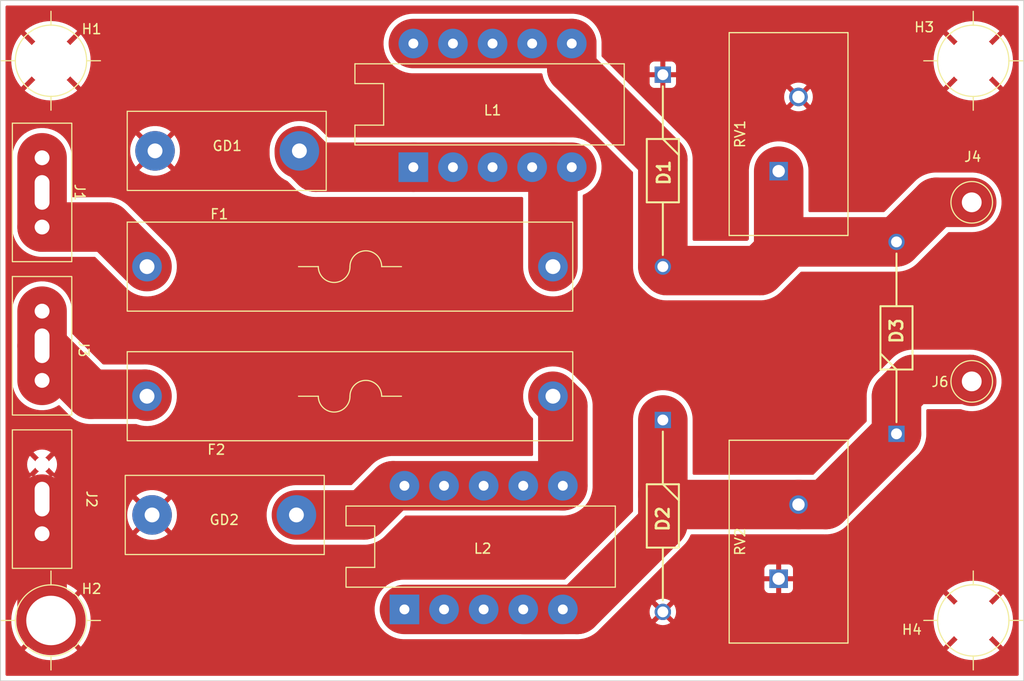
<source format=kicad_pcb>
(kicad_pcb (version 20211014) (generator pcbnew)
  (layers (0 "F.Cu" signal) (31 "B.Cu" signal) (34 "B.Paste" user) (35 "F.Paste" user) (36 "B.SilkS" user "B.Silkscreen") (37 "F.SilkS" user "F.Silkscreen") (38 "B.Mask" user) (39 "F.Mask" user) (44 "Edge.Cuts" user))
  (net 0 "")
  (net 1 "Net-(F1-Pad1)")
  (net 2 "Net-(F1-Pad2)")
  (net 3 "Net-(F2-Pad1)")
  (net 4 "Net-(F2-Pad2)")
  (net 5 "Earth")
  (net 6 "Net-(D1-Pad2)")
  (net 7 "Net-(D2-Pad1)")
  (footprint "P6KE36CA:DIOAD1936W88L640D324" (layer "F.Cu") (at 137.1 57.6 -90)
    (fp_text reference "D1" (at 9.9 -0.1 90) (layer "F.SilkS") (effects (font (size 1.27 1.27) (thickness 0.254))))
    (fp_text value "D_TVS" hide)
    (fp_line (start 6.5 0) (end 8.12 -1.62) (layer "F.SilkS") (width 0.2))
    (fp_line (start 1.175 0) (end 6.5 0) (layer "F.SilkS") (width 0.2))
    (fp_line (start 6.5 -1.62) (end 12.9 -1.62) (layer "F.SilkS") (width 0.2))
    (fp_line (start 12.9 -1.62) (end 12.9 1.62) (layer "F.SilkS") (width 0.2))
    (fp_line (start 12.9 0) (end 18.225 0) (layer "F.SilkS") (width 0.2))
    (fp_line (start 12.9 1.62) (end 6.5 1.62) (layer "F.SilkS") (width 0.2))
    (fp_line (start 6.5 1.62) (end 6.5 -1.62) (layer "F.SilkS") (width 0.2))
    (pad "1" thru_hole rect locked (at 0 0 270) (size 1.65 1.65) (drill 1.1) (layers *.Cu *.Mask) (net 5 "Earth"))
    (pad "2" thru_hole circle locked (at 19.4 0 270) (size 1.65 1.65) (drill 1.1) (layers *.Cu *.Mask) (net 6 "Net-(D1-Pad2)"))
  )
  (footprint "V20E35P:VARRB750W100L2050T1200H2800" (layer "F.Cu") (at 149.8 104.8 90)
    (fp_text reference "RV2" (at 0 -4.9 90) (layer "F.SilkS"))
    (fp_text value "Varistor" hide)
    (fp_line (start -10.25 6) (end -10.25 -6) (layer "F.SilkS") (width 0.127))
    (fp_line (start 10.25 6) (end -10.25 6) (layer "F.SilkS") (width 0.127))
    (fp_line (start -10.25 -6) (end 10.25 -6) (layer "F.SilkS") (width 0.127))
    (fp_line (start 10.25 -6) (end 10.25 6) (layer "F.SilkS") (width 0.127))
    (pad "1" thru_hole rect locked (at -3.75 -1 90) (size 1.875 1.875) (drill 1.25) (layers *.Cu *.Mask) (net 5 "Earth"))
    (pad "2" thru_hole circle locked (at 3.75 1 90) (size 1.875 1.875) (drill 1.25) (layers *.Cu *.Mask) (net 7 "Net-(D2-Pad1)"))
  )
  (footprint "ACSPD:Fuse" (layer "F.Cu") (at 105.5 90.1)
    (fp_text reference "F2" (at -13.5 5.4 unlocked) (layer "F.SilkS"))
    (fp_text value "Fuse" hide)
    (fp_line (start 5.2 0) (end 3.2 0) (layer "F.SilkS") (width 0.12))
    (fp_line (start -3.2 0) (end -5.2 0) (layer "F.SilkS") (width 0.12))
    (fp_rect (start -22.5 -4.5) (end 22.5 4.5) (layer "F.SilkS") (width 0.12) (fill none))
    (fp_arc (start 0 0) (mid -1.6 1.6) (end -3.2 0) (layer "F.SilkS") (width 0.12))
    (fp_arc (start 0 0) (mid 1.6 -1.6) (end 3.2 0) (layer "F.SilkS") (width 0.12))
    (pad "1" thru_hole circle (at -20.5 0) (size 3 3) (drill 1.5) (layers *.Cu *.Mask) (net 3 "Net-(F2-Pad1)"))
    (pad "2" thru_hole circle (at 20.5 0) (size 3 3) (drill 1.5) (layers *.Cu *.Mask) (net 4 "Net-(F2-Pad2)"))
  )
  (footprint "ACSPD:Out_conn" (layer "F.Cu") (at 168.3 70.5)
    (fp_text reference "J4" (at 0.1 -4.6 unlocked) (layer "F.SilkS"))
    (fp_text value "Conn_01x01_Female" hide)
    (fp_circle (center 0 0) (end 2.1 0) (layer "F.SilkS") (width 0.12) (fill none))
    (pad "1" thru_hole circle (at 0 0) (size 4 4) (drill 2) (layers *.Cu *.Mask) (remove_unused_layers) (net 6 "Net-(D1-Pad2)"))
  )
  (footprint "ACSPD:GD Tube" (layer "F.Cu") (at 92.8 102.1 180)
    (fp_text reference "GD2" (at 0 -0.5 unlocked) (layer "F.SilkS"))
    (fp_text value "GDT_2Pin" hide)
    (fp_rect (start -10.1 -4) (end 10 4) (layer "F.SilkS") (width 0.12) (fill none))
    (pad "1" thru_hole circle (at -7.29 0 180) (size 4 4) (drill 1.5) (layers *.Cu *.Mask) (net 4 "Net-(F2-Pad2)"))
    (pad "3" thru_hole circle (at 7.29 0 180) (size 4 4) (drill 1.5) (layers *.Cu *.Mask) (net 5 "Earth"))
  )
  (footprint "ACSPD:GD Tube" (layer "F.Cu") (at 93.1 65.3)
    (fp_text reference "GD1" (at 0 -0.5 unlocked) (layer "F.SilkS"))
    (fp_text value "GDT_2Pin" hide)
    (fp_rect (start -10.1 -4) (end 10 4) (layer "F.SilkS") (width 0.12) (fill none))
    (pad "1" thru_hole circle (at -7.29 0) (size 4 4) (drill 1.5) (layers *.Cu *.Mask) (net 5 "Earth"))
    (pad "3" thru_hole circle (at 7.29 0) (size 4 4) (drill 1.5) (layers *.Cu *.Mask) (net 2 "Net-(F1-Pad2)"))
  )
  (footprint "ACSPD:EE-25-SS-1" (layer "F.Cu") (at 119 105.4 180)
    (fp_text reference "L2" (at 0.1 -0.1 unlocked) (layer "F.SilkS"))
    (fp_text value "INDUCTOR" hide)
    (fp_line (start 13.9 2.2) (end 11 2.2) (layer "F.SilkS") (width 0.12))
    (fp_line (start 13.9 -4) (end -13.3 -4) (layer "F.SilkS") (width 0.12))
    (fp_line (start 11 2.2) (end 11 -2) (layer "F.SilkS") (width 0.12))
    (fp_line (start 11 -2) (end 13.9 -2) (layer "F.SilkS") (width 0.12))
    (fp_line (start 13.9 4.2) (end 13.9 2.2) (layer "F.SilkS") (width 0.12))
    (fp_line (start -13.3 -4) (end -13.3 4.2) (layer "F.SilkS") (width 0.12))
    (fp_line (start -13.3 4.2) (end 13.9 4.2) (layer "F.SilkS") (width 0.12))
    (fp_line (start 13.9 -4) (end 13.9 -2) (layer "F.SilkS") (width 0.12))
    (pad "1" thru_hole circle (at -4 -6.25 180) (size 3 3) (drill 1) (layers *.Cu *.Mask) (net 7 "Net-(D2-Pad1)"))
    (pad "1" thru_hole rect (at 8 -6.25 180) (size 3 3) (drill 1) (layers *.Cu *.Mask) (net 7 "Net-(D2-Pad1)"))
    (pad "1" thru_hole circle (at -8 -6.25 180) (size 3 3) (drill 1) (layers *.Cu *.Mask) (net 7 "Net-(D2-Pad1)"))
    (pad "1" thru_hole circle (at 4 -6.25 180) (size 3 3) (drill 1) (layers *.Cu *.Mask) (net 7 "Net-(D2-Pad1)"))
    (pad "1" thru_hole circle (at 0 -6.25 180) (size 3 3) (drill 1) (layers *.Cu *.Mask) (net 7 "Net-(D2-Pad1)"))
    (pad "2" thru_hole circle (at 8 6.25 180) (size 3 3) (drill 1) (layers *.Cu *.Mask) (net 4 "Net-(F2-Pad2)"))
    (pad "2" thru_hole circle (at 0 6.25 180) (size 3 3) (drill 1) (layers *.Cu *.Mask) (net 4 "Net-(F2-Pad2)"))
    (pad "2" thru_hole circle (at -8 6.25 180) (size 3 3) (drill 1) (layers *.Cu *.Mask) (net 4 "Net-(F2-Pad2)"))
    (pad "2" thru_hole circle (at 4 6.25 180) (size 3 3) (drill 1) (layers *.Cu *.Mask) (net 4 "Net-(F2-Pad2)"))
    (pad "2" thru_hole circle (at -4 6.25 180) (size 3 3) (drill 1) (layers *.Cu *.Mask) (net 4 "Net-(F2-Pad2)"))
  )
  (footprint "ACSPD:CCU_GND_PT" (layer "F.Cu") (at 168.455126 112.761257)
    (fp_text reference "H4" (at -6.205126 0.938743 unlocked) (layer "F.SilkS"))
    (fp_text value "MountingHole_Pad" hide)
    (fp_line (start 0 -3.6) (end 0 -5) (layer "F.SilkS") (width 0.12))
    (fp_line (start 3.6 0) (end 5 0) (layer "F.SilkS") (width 0.12))
    (fp_line (start 0 3.6) (end 0 5) (layer "F.SilkS") (width 0.12))
    (fp_line (start -3.6 0) (end -5 0) (layer "F.SilkS") (width 0.12))
    (fp_circle (center 0 0) (end 3.6 0) (layer "F.SilkS") (width 0.12) (fill none))
    (pad "1" thru_hole circle locked (at 0 0) (size 7 7) (drill 5) (layers *.Cu *.Mask) (remove_unused_layers) (net 5 "Earth"))
  )
  (footprint "ACSPD:Fuse" (layer "F.Cu") (at 105.5 77)
    (fp_text reference "F1" (at -13.2 -5.3 unlocked) (layer "F.SilkS"))
    (fp_text value "Fuse" hide)
    (fp_line (start -3.2 0) (end -5.2 0) (layer "F.SilkS") (width 0.12))
    (fp_line (start 5.2 0) (end 3.2 0) (layer "F.SilkS") (width 0.12))
    (fp_rect (start -22.5 -4.5) (end 22.5 4.5) (layer "F.SilkS") (width 0.12) (fill none))
    (fp_arc (start 0 0) (mid 1.6 -1.6) (end 3.2 0) (layer "F.SilkS") (width 0.12))
    (fp_arc (start 0 0) (mid -1.6 1.6) (end -3.2 0) (layer "F.SilkS") (width 0.12))
    (pad "1" thru_hole circle (at -20.5 0) (size 3 3) (drill 1.5) (layers *.Cu *.Mask) (net 1 "Net-(F1-Pad1)"))
    (pad "2" thru_hole circle (at 20.5 0) (size 3 3) (drill 1.5) (layers *.Cu *.Mask) (net 2 "Net-(F1-Pad2)"))
  )
  (footprint "ACSPD:Out_conn" (layer "F.Cu") (at 168.3 88.6)
    (fp_text reference "J6" (at -3.2 0.05 unlocked) (layer "F.SilkS"))
    (fp_text value "Conn_01x01_Female" hide)
    (fp_circle (center 0 0) (end 2.1 0) (layer "F.SilkS") (width 0.12) (fill none))
    (pad "1" thru_hole circle (at 0 0) (size 4 4) (drill 2) (layers *.Cu *.Mask) (remove_unused_layers) (net 7 "Net-(D2-Pad1)"))
  )
  (footprint "V20E35P:VARRB750W100L2050T1200H2800" (layer "F.Cu") (at 149.8 63.6 90)
    (fp_text reference "RV1" (at 0 -4.9 90) (layer "F.SilkS"))
    (fp_text value "Varistor" hide)
    (fp_line (start 10.25 6) (end -10.25 6) (layer "F.SilkS") (width 0.127))
    (fp_line (start 10.25 -6) (end 10.25 6) (layer "F.SilkS") (width 0.127))
    (fp_line (start -10.25 -6) (end 10.25 -6) (layer "F.SilkS") (width 0.127))
    (fp_line (start -10.25 6) (end -10.25 -6) (layer "F.SilkS") (width 0.127))
    (pad "1" thru_hole rect locked (at -3.75 -1 90) (size 1.875 1.875) (drill 1.25) (layers *.Cu *.Mask) (net 6 "Net-(D1-Pad2)"))
    (pad "2" thru_hole circle locked (at 3.75 1 90) (size 1.875 1.875) (drill 1.25) (layers *.Cu *.Mask) (net 5 "Earth"))
  )
  (footprint "ACSPD:CCU_GND_PT" (layer "F.Cu") (at 168.452207 56.196463)
    (fp_text reference "H3" (at -4.952207 -3.396463 unlocked) (layer "F.SilkS"))
    (fp_text value "MountingHole_Pad" hide)
    (fp_line (start 3.6 0) (end 5 0) (layer "F.SilkS") (width 0.12))
    (fp_line (start 0 3.6) (end 0 5) (layer "F.SilkS") (width 0.12))
    (fp_line (start -3.6 0) (end -5 0) (layer "F.SilkS") (width 0.12))
    (fp_line (start 0 -3.6) (end 0 -5) (layer "F.SilkS") (width 0.12))
    (fp_circle (center 0 0) (end 3.6 0) (layer "F.SilkS") (width 0.12) (fill none))
    (pad "1" thru_hole circle locked (at 0 0) (size 7 7) (drill 5) (layers *.Cu *.Mask) (remove_unused_layers) (net 5 "Earth"))
  )
  (footprint "P6KE36CA:DIOAD1936W88L640D324" (layer "F.Cu") (at 160.7 93.9 90)
    (fp_text reference "D3" (at 10.4 0 90) (layer "F.SilkS") (effects (font (size 1.27 1.27) (thickness 0.254))))
    (fp_text value "D_TVS" hide)
    (fp_line (start 12.9 -1.62) (end 12.9 1.62) (layer "F.SilkS") (width 0.2))
    (fp_line (start 12.9 1.62) (end 6.5 1.62) (layer "F.SilkS") (width 0.2))
    (fp_line (start 12.9 0) (end 18.225 0) (layer "F.SilkS") (width 0.2))
    (fp_line (start 6.5 0) (end 8.12 -1.62) (layer "F.SilkS") (width 0.2))
    (fp_line (start 1.175 0) (end 6.5 0) (layer "F.SilkS") (width 0.2))
    (fp_line (start 6.5 1.62) (end 6.5 -1.62) (layer "F.SilkS") (width 0.2))
    (fp_line (start 6.5 -1.62) (end 12.9 -1.62) (layer "F.SilkS") (width 0.2))
    (pad "1" thru_hole rect locked (at 0 0 90) (size 1.65 1.65) (drill 1.1) (layers *.Cu *.Mask) (net 7 "Net-(D2-Pad1)"))
    (pad "2" thru_hole circle locked (at 19.4 0 90) (size 1.65 1.65) (drill 1.1) (layers *.Cu *.Mask) (net 6 "Net-(D1-Pad2)"))
  )
  (footprint "ACSPD:EE-25-SS-1" (layer "F.Cu") (at 119.9 60.7 180)
    (fp_text reference "L1" (at 0 -0.5 unlocked) (layer "F.SilkS"))
    (fp_text value "INDUCTOR" hide)
    (fp_line (start 13.9 4.2) (end 13.9 2.2) (layer "F.SilkS") (width 0.12))
    (fp_line (start 13.9 2.2) (end 11 2.2) (layer "F.SilkS") (width 0.12))
    (fp_line (start -13.3 -4) (end -13.3 4.2) (layer "F.SilkS") (width 0.12))
    (fp_line (start 11 2.2) (end 11 -2) (layer "F.SilkS") (width 0.12))
    (fp_line (start 11 -2) (end 13.9 -2) (layer "F.SilkS") (width 0.12))
    (fp_line (start -13.3 4.2) (end 13.9 4.2) (layer "F.SilkS") (width 0.12))
    (fp_line (start 13.9 -4) (end 13.9 -2) (layer "F.SilkS") (width 0.12))
    (fp_line (start 13.9 -4) (end -13.3 -4) (layer "F.SilkS") (width 0.12))
    (pad "1" thru_hole circle (at -4 -6.25 180) (size 3 3) (drill 1) (layers *.Cu *.Mask) (net 2 "Net-(F1-Pad2)"))
    (pad "1" thru_hole circle (at 0 -6.25 180) (size 3 3) (drill 1) (layers *.Cu *.Mask) (net 2 "Net-(F1-Pad2)"))
    (pad "1" thru_hole rect (at 8 -6.25 180) (size 3 3) (drill 1) (layers *.Cu *.Mask) (net 2 "Net-(F1-Pad2)"))
    (pad "1" thru_hole circle (at -8 -6.25 180) (size 3 3) (drill 1) (layers *.Cu *.Mask) (net 2 "Net-(F1-Pad2)"))
    (pad "1" thru_hole circle (at 4 -6.25 180) (size 3 3) (drill 1) (layers *.Cu *.Mask) (net 2 "Net-(F1-Pad2)"))
    (pad "2" thru_hole circle (at 0 6.25 180) (size 3 3) (drill 1) (layers *.Cu *.Mask) (net 6 "Net-(D1-Pad2)"))
    (pad "2" thru_hole circle (at 4 6.25 180) (size 3 3) (drill 1) (layers *.Cu *.Mask) (net 6 "Net-(D1-Pad2)"))
    (pad "2" thru_hole circle (at -4 6.25 180) (size 3 3) (drill 1) (layers *.Cu *.Mask) (net 6 "Net-(D1-Pad2)"))
    (pad "2" thru_hole circle (at 8 6.25 180) (size 3 3) (drill 1) (layers *.Cu *.Mask) (net 6 "Net-(D1-Pad2)"))
    (pad "2" thru_hole circle (at -8 6.25 180) (size 3 3) (drill 1) (layers *.Cu *.Mask) (net 6 "Net-(D1-Pad2)"))
  )
  (footprint "ACSPD:CCU_GND_PT" (layer "F.Cu") (at 75.29946 112.768243)
    (fp_text reference "H2" (at 4.1 -3.2 unlocked) (layer "F.SilkS"))
    (fp_text value "MountingHole_Pad" hide)
    (fp_line (start -3.6 0) (end -5 0) (layer "F.SilkS") (width 0.12))
    (fp_line (start 0 -3.6) (end 0 -5) (layer "F.SilkS") (width 0.12))
    (fp_line (start 0 3.6) (end 0 5) (layer "F.SilkS") (width 0.12))
    (fp_line (start 3.6 0) (end 5 0) (layer "F.SilkS") (width 0.12))
    (fp_circle (center 0 0) (end 3.6 0) (layer "F.SilkS") (width 0.12) (fill none))
    (pad "1" thru_hole circle locked (at 0 0) (size 7 7) (drill 5) (layers *.Cu *.Mask) (remove_unused_layers) (net 5 "Earth"))
  )
  (footprint "ACSPD:CCU_GND_PT" (layer "F.Cu") (at 75.29946 56.190035)
    (fp_text reference "H1" (at 4.1 -3.2 unlocked) (layer "F.SilkS"))
    (fp_text value "MountingHole_Pad" hide)
    (fp_line (start -3.6 0) (end -5 0) (layer "F.SilkS") (width 0.12))
    (fp_line (start 3.6 0) (end 5 0) (layer "F.SilkS") (width 0.12))
    (fp_line (start 0 -3.6) (end 0 -5) (layer "F.SilkS") (width 0.12))
    (fp_line (start 0 3.6) (end 0 5) (layer "F.SilkS") (width 0.12))
    (fp_circle (center 0 0) (end 3.6 0) (layer "F.SilkS") (width 0.12) (fill none))
    (pad "1" thru_hole circle locked (at 0 0) (size 7 7) (drill 5) (layers *.Cu *.Mask) (remove_unused_layers) (net 5 "Earth"))
  )
  (footprint "ACSPD:quickfit_PCB" (layer "F.Cu") (at 74.4 85 -90)
    (fp_text reference "J3" (at 0.3 -4.2 -90 unlocked) (layer "F.SilkS"))
    (fp_text value "Conn_01x01_Female" hide)
    (fp_rect (start -7 3) (end 7 -3) (layer "F.SilkS") (width 0.12) (fill none))
    (pad "1" thru_hole roundrect locked (at 0 0 270) (size 4 2) (drill oval 3.5 1.5) (layers *.Cu *.Mask) (remove_unused_layers) (net 3 "Net-(F2-Pad1)"))
    (pad "1" thru_hole circle locked (at -3.5 0 270) (size 2 2) (drill 1.5) (layers *.Cu *.Mask) (remove_unused_layers) (net 3 "Net-(F2-Pad1)"))
    (pad "1" thru_hole circle locked (at 3.5 0 270) (size 2 2) (drill 1.5) (layers *.Cu *.Mask) (remove_unused_layers) (net 3 "Net-(F2-Pad1)"))
  )
  (footprint "ACSPD:quickfit_PCB" (layer "F.Cu") (at 74.4 100.5 -90)
    (fp_text reference "J2" (at 0 -5 -90 unlocked) (layer "F.SilkS"))
    (fp_text value "Conn_01x01_Female" hide)
    (fp_rect (start -7 3) (end 7 -3) (layer "F.SilkS") (width 0.12) (fill none))
    (pad "1" thru_hole roundrect locked (at 0 0 270) (size 4 2) (drill oval 3.5 1.5) (layers *.Cu *.Mask) (remove_unused_layers) (net 5 "Earth"))
    (pad "1" thru_hole circle locked (at 3.5 0 270) (size 2 2) (drill 1.5) (layers *.Cu *.Mask) (remove_unused_layers) (net 5 "Earth"))
    (pad "1" thru_hole circle locked (at -3.5 0 270) (size 2 2) (drill 1.5) (layers *.Cu *.Mask) (remove_unused_layers) (net 5 "Earth"))
  )
  (footprint "ACSPD:quickfit_PCB" (layer "F.Cu") (at 74.4 69.5 -90)
    (fp_text reference "J1" (at 0 -3.8 -90 unlocked) (layer "F.SilkS"))
    (fp_text value "Conn_01x01_Female" hide)
    (fp_rect (start -7 3) (end 7 -3) (layer "F.SilkS") (width 0.12) (fill none))
    (pad "1" thru_hole circle locked (at -3.5 0 270) (size 2 2) (drill 1.5) (layers *.Cu *.Mask) (remove_unused_layers) (net 1 "Net-(F1-Pad1)"))
    (pad "1" thru_hole circle locked (at 3.5 0 270) (size 2 2) (drill 1.5) (layers *.Cu *.Mask) (remove_unused_layers) (net 1 "Net-(F1-Pad1)"))
    (pad "1" thru_hole roundrect locked (at 0 0 270) (size 4 2) (drill oval 3.5 1.5) (layers *.Cu *.Mask) (remove_unused_layers) (net 1 "Net-(F1-Pad1)"))
  )
  (footprint "P6KE36CA:DIOAD1936W88L640D324" (layer "F.Cu") (at 137.1 92.5 -90)
    (fp_text reference "D2" (at 10 0 90) (layer "F.SilkS") (effects (font (size 1.27 1.27) (thickness 0.254))))
    (fp_text value "D_TVS" hide)
    (fp_line (start 12.9 -1.62) (end 12.9 1.62) (layer "F.SilkS") (width 0.2))
    (fp_line (start 6.5 -1.62) (end 12.9 -1.62) (layer "F.SilkS") (width 0.2))
    (fp_line (start 12.9 1.62) (end 6.5 1.62) (layer "F.SilkS") (width 0.2))
    (fp_line (start 12.9 0) (end 18.225 0) (layer "F.SilkS") (width 0.2))
    (fp_line (start 6.5 0) (end 8.12 -1.62) (layer "F.SilkS") (width 0.2))
    (fp_line (start 1.175 0) (end 6.5 0) (layer "F.SilkS") (width 0.2))
    (fp_line (start 6.5 1.62) (end 6.5 -1.62) (layer "F.SilkS") (width 0.2))
    (pad "1" thru_hole rect locked (at 0 0 270) (size 1.65 1.65) (drill 1.1) (layers *.Cu *.Mask) (net 7 "Net-(D2-Pad1)"))
    (pad "2" thru_hole circle locked (at 19.4 0 270) (size 1.65 1.65) (drill 1.1) (layers *.Cu *.Mask) (net 5 "Earth"))
  )
  (gr_rect (start 70.2 50.1) (end 173.55 118.87) (layer "Edge.Cuts") (width 0.1) (fill none))
  (segment (start 81 73) (end 85 77) (width 5) (layer "F.Cu") (net 1))
  (segment (start 74.4 73) (end 81 73) (width 5) (layer "F.Cu") (net 1))
  (segment (start 74.4 66) (end 74.4 73) (width 5) (layer "F.Cu") (net 1))
  (segment (start 111.9 66.95) (end 102.04 66.95) (width 5) (layer "F.Cu") (net 2))
  (segment (start 100.39 65.3) (end 100.39 65.59) (width 5) (layer "F.Cu") (net 2))
  (segment (start 127.9 66.95) (end 126.05 66.95) (width 5) (layer "F.Cu") (net 2))
  (segment (start 126.05 66.95) (end 111.9 66.95) (width 5) (layer "F.Cu") (net 2))
  (segment (start 102.04 66.95) (end 100.39 65.3) (width 5) (layer "F.Cu") (net 2))
  (segment (start 126 67) (end 126.05 66.95) (width 5) (layer "F.Cu") (net 2))
  (segment (start 126 77) (end 126 67) (width 5) (layer "F.Cu") (net 2))
  (segment (start 74.4 85) (end 79.3 89.9) (width 5) (layer "F.Cu") (net 3))
  (segment (start 84.8 89.9) (end 85 90.1) (width 5) (layer "F.Cu") (net 3))
  (segment (start 74.4 81.5) (end 74.4 88.5) (width 5) (layer "F.Cu") (net 3))
  (segment (start 79.3 89.9) (end 84.8 89.9) (width 5) (layer "F.Cu") (net 3))
  (segment (start 109.85 99.15) (end 127 99.15) (width 5) (layer "F.Cu") (net 4))
  (segment (start 126 90.1) (end 127 91.1) (width 5) (layer "F.Cu") (net 4))
  (segment (start 100.09 102.1) (end 106.9 102.1) (width 5) (layer "F.Cu") (net 4))
  (segment (start 127 91.1) (end 127 99.15) (width 5) (layer "F.Cu") (net 4))
  (segment (start 106.9 102.1) (end 109.85 99.15) (width 5) (layer "F.Cu") (net 4))
  (segment (start 74.4 111.868783) (end 75.29946 112.768243) (width 5) (layer "F.Cu") (net 5))
  (segment (start 74.4 100.5) (end 74.4 111.868783) (width 5) (layer "F.Cu") (net 5))
  (segment (start 111.9 54.45) (end 127.9 54.45) (width 5) (layer "F.Cu") (net 6))
  (segment (start 164.7 70.5) (end 168.3 70.5) (width 5) (layer "F.Cu") (net 6))
  (segment (start 160.7 74.5) (end 164.7 70.5) (width 5) (layer "F.Cu") (net 6))
  (segment (start 137.1 77) (end 137.1 66.2) (width 5) (layer "F.Cu") (net 6))
  (segment (start 160.7 74.5) (end 149.8 74.5) (width 5) (layer "F.Cu") (net 6))
  (segment (start 146.9 77.4) (end 137.5 77.4) (width 5) (layer "F.Cu") (net 6))
  (segment (start 127.9 57) (end 127.9 54.45) (width 5) (layer "F.Cu") (net 6))
  (segment (start 137.1 66.2) (end 127.9 57) (width 5) (layer "F.Cu") (net 6))
  (segment (start 148.8 67.35) (end 148.8 75.5) (width 5) (layer "F.Cu") (net 6))
  (segment (start 137.5 77.4) (end 137.1 77) (width 5) (layer "F.Cu") (net 6))
  (segment (start 148.8 75.5) (end 146.9 77.4) (width 5) (layer "F.Cu") (net 6))
  (segment (start 149.8 74.5) (end 146.9 77.4) (width 5) (layer "F.Cu") (net 6))
  (segment (start 160.7 90.1) (end 162.4 88.4) (width 5) (layer "F.Cu") (net 7))
  (segment (start 160.7 93.9) (end 160.7 90.1) (width 5) (layer "F.Cu") (net 7))
  (segment (start 138.15 101.05) (end 137.1 100) (width 5) (layer "F.Cu") (net 7))
  (segment (start 137.1 92.5) (end 137.1 100) (width 5) (layer "F.Cu") (net 7))
  (segment (start 137.1 100) (end 137.1 103) (width 5) (layer "F.Cu") (net 7))
  (segment (start 168.1 88.4) (end 168.3 88.6) (width 5) (layer "F.Cu") (net 7))
  (segment (start 150.8 101.05) (end 153.55 101.05) (width 5) (layer "F.Cu") (net 7))
  (segment (start 111 111.65) (end 127 111.65) (width 5) (layer "F.Cu") (net 7))
  (segment (start 137.1 103) (end 128.45 111.65) (width 5) (layer "F.Cu") (net 7))
  (segment (start 153.55 101.05) (end 160.7 93.9) (width 5) (layer "F.Cu") (net 7))
  (segment (start 162.4 88.4) (end 168.1 88.4) (width 5) (layer "F.Cu") (net 7))
  (segment (start 128.45 111.65) (end 123 111.65) (width 5) (layer "F.Cu") (net 7))
  (segment (start 150.8 101.05) (end 138.15 101.05) (width 5) (layer "F.Cu") (net 7))
  (zone (net 5) (net_name "Earth") (layer "F.Cu") (connect_pads (clearance 0.508)) (min_thickness 0.254) (fill yes (thermal_gap 0.508) (thermal_bridge_width 0.508))
    (polygon (pts (xy 173.5 118.9) (xy 70.2 118.9) (xy 70.2 50.1) (xy 173.5 50.1)))
  )
)
</source>
